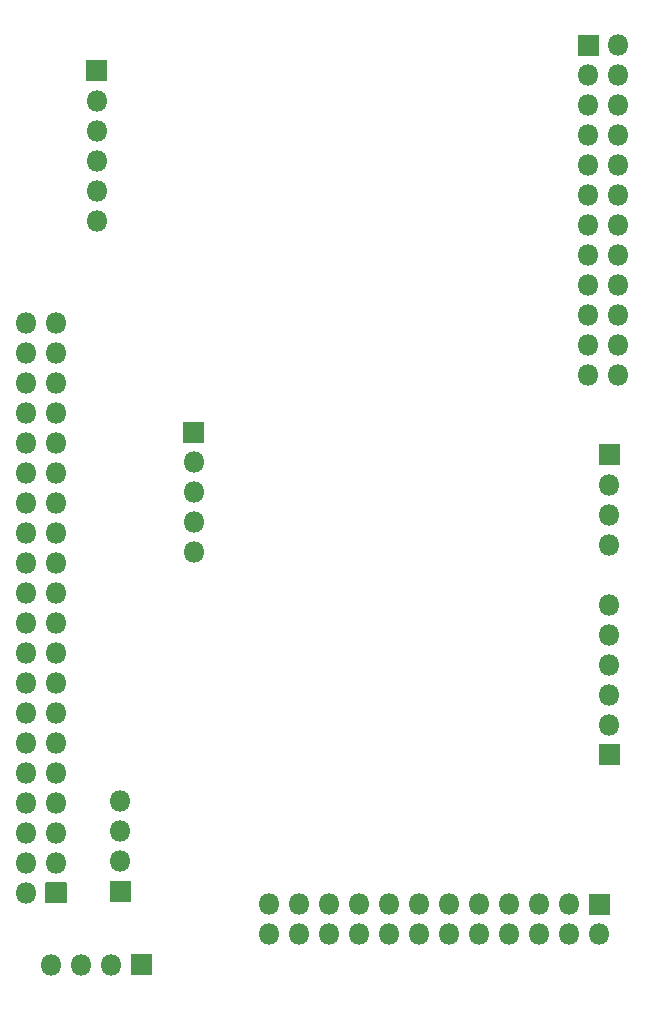
<source format=gbr>
G04 #@! TF.GenerationSoftware,KiCad,Pcbnew,(5.1.10)-1*
G04 #@! TF.CreationDate,2021-11-05T11:55:09+00:00*
G04 #@! TF.ProjectId,RasperryPi ECG Hat,52617370-6572-4727-9950-692045434720,rev?*
G04 #@! TF.SameCoordinates,Original*
G04 #@! TF.FileFunction,Soldermask,Bot*
G04 #@! TF.FilePolarity,Negative*
%FSLAX46Y46*%
G04 Gerber Fmt 4.6, Leading zero omitted, Abs format (unit mm)*
G04 Created by KiCad (PCBNEW (5.1.10)-1) date 2021-11-05 11:55:09*
%MOMM*%
%LPD*%
G01*
G04 APERTURE LIST*
%ADD10O,1.800000X1.800000*%
G04 APERTURE END LIST*
G04 #@! TO.C,ECG IN*
G36*
G01*
X105548000Y-95162000D02*
X105548000Y-96862000D01*
G75*
G02*
X105498000Y-96912000I-50000J0D01*
G01*
X103798000Y-96912000D01*
G75*
G02*
X103748000Y-96862000I0J50000D01*
G01*
X103748000Y-95162000D01*
G75*
G02*
X103798000Y-95112000I50000J0D01*
G01*
X105498000Y-95112000D01*
G75*
G02*
X105548000Y-95162000I0J-50000D01*
G01*
G37*
D10*
X104648000Y-93472000D03*
X104648000Y-90932000D03*
X104648000Y-88392000D03*
X104648000Y-85852000D03*
X104648000Y-83312000D03*
G04 #@! TD*
G04 #@! TO.C,SPI*
X69469000Y-78867000D03*
X69469000Y-76327000D03*
X69469000Y-73787000D03*
X69469000Y-71247000D03*
G36*
G01*
X68569000Y-69557000D02*
X68569000Y-67857000D01*
G75*
G02*
X68619000Y-67807000I50000J0D01*
G01*
X70319000Y-67807000D01*
G75*
G02*
X70369000Y-67857000I0J-50000D01*
G01*
X70369000Y-69557000D01*
G75*
G02*
X70319000Y-69607000I-50000J0D01*
G01*
X68619000Y-69607000D01*
G75*
G02*
X68569000Y-69557000I0J50000D01*
G01*
G37*
G04 #@! TD*
G04 #@! TO.C,RPI GPIO*
G36*
G01*
X102939000Y-107766000D02*
X104639000Y-107766000D01*
G75*
G02*
X104689000Y-107816000I0J-50000D01*
G01*
X104689000Y-109516000D01*
G75*
G02*
X104639000Y-109566000I-50000J0D01*
G01*
X102939000Y-109566000D01*
G75*
G02*
X102889000Y-109516000I0J50000D01*
G01*
X102889000Y-107816000D01*
G75*
G02*
X102939000Y-107766000I50000J0D01*
G01*
G37*
X103789000Y-111206000D03*
X101249000Y-108666000D03*
X101249000Y-111206000D03*
X98709000Y-108666000D03*
X98709000Y-111206000D03*
X96169000Y-108666000D03*
X96169000Y-111206000D03*
X93629000Y-108666000D03*
X93629000Y-111206000D03*
X91089000Y-108666000D03*
X91089000Y-111206000D03*
X88549000Y-108666000D03*
X88549000Y-111206000D03*
X86009000Y-108666000D03*
X86009000Y-111206000D03*
X83469000Y-108666000D03*
X83469000Y-111206000D03*
X80929000Y-108666000D03*
X80929000Y-111206000D03*
X78389000Y-108666000D03*
X78389000Y-111206000D03*
X75849000Y-108666000D03*
X75849000Y-111206000D03*
G04 #@! TD*
G04 #@! TO.C,ECG CTRL*
X104648000Y-78232000D03*
X104648000Y-75692000D03*
X104648000Y-73152000D03*
G36*
G01*
X103748000Y-71462000D02*
X103748000Y-69762000D01*
G75*
G02*
X103798000Y-69712000I50000J0D01*
G01*
X105498000Y-69712000D01*
G75*
G02*
X105548000Y-69762000I0J-50000D01*
G01*
X105548000Y-71462000D01*
G75*
G02*
X105498000Y-71512000I-50000J0D01*
G01*
X103798000Y-71512000D01*
G75*
G02*
X103748000Y-71462000I0J50000D01*
G01*
G37*
G04 #@! TD*
G04 #@! TO.C,I2C*
G36*
G01*
X64174000Y-112892000D02*
X65874000Y-112892000D01*
G75*
G02*
X65924000Y-112942000I0J-50000D01*
G01*
X65924000Y-114642000D01*
G75*
G02*
X65874000Y-114692000I-50000J0D01*
G01*
X64174000Y-114692000D01*
G75*
G02*
X64124000Y-114642000I0J50000D01*
G01*
X64124000Y-112942000D01*
G75*
G02*
X64174000Y-112892000I50000J0D01*
G01*
G37*
X62484000Y-113792000D03*
X59944000Y-113792000D03*
X57404000Y-113792000D03*
G04 #@! TD*
G04 #@! TO.C,UART*
X63246000Y-99949000D03*
X63246000Y-102489000D03*
X63246000Y-105029000D03*
G36*
G01*
X64146000Y-106719000D02*
X64146000Y-108419000D01*
G75*
G02*
X64096000Y-108469000I-50000J0D01*
G01*
X62396000Y-108469000D01*
G75*
G02*
X62346000Y-108419000I0J50000D01*
G01*
X62346000Y-106719000D01*
G75*
G02*
X62396000Y-106669000I50000J0D01*
G01*
X64096000Y-106669000D01*
G75*
G02*
X64146000Y-106719000I0J-50000D01*
G01*
G37*
G04 #@! TD*
G04 #@! TO.C,ADC CTRL*
X61246000Y-50810000D03*
X61246000Y-48270000D03*
X61246000Y-45730000D03*
X61246000Y-43190000D03*
X61246000Y-40650000D03*
G36*
G01*
X60346000Y-38960000D02*
X60346000Y-37260000D01*
G75*
G02*
X60396000Y-37210000I50000J0D01*
G01*
X62096000Y-37210000D01*
G75*
G02*
X62146000Y-37260000I0J-50000D01*
G01*
X62146000Y-38960000D01*
G75*
G02*
X62096000Y-39010000I-50000J0D01*
G01*
X60396000Y-39010000D01*
G75*
G02*
X60346000Y-38960000I0J50000D01*
G01*
G37*
G04 #@! TD*
G04 #@! TO.C,ADC IN*
X105410000Y-63881000D03*
X102870000Y-63881000D03*
X105410000Y-61341000D03*
X102870000Y-61341000D03*
X105410000Y-58801000D03*
X102870000Y-58801000D03*
X105410000Y-56261000D03*
X102870000Y-56261000D03*
X105410000Y-53721000D03*
X102870000Y-53721000D03*
X105410000Y-51181000D03*
X102870000Y-51181000D03*
X105410000Y-48641000D03*
X102870000Y-48641000D03*
X105410000Y-46101000D03*
X102870000Y-46101000D03*
X105410000Y-43561000D03*
X102870000Y-43561000D03*
X105410000Y-41021000D03*
X102870000Y-41021000D03*
X105410000Y-38481000D03*
X102870000Y-38481000D03*
X105410000Y-35941000D03*
G36*
G01*
X101970000Y-36791000D02*
X101970000Y-35091000D01*
G75*
G02*
X102020000Y-35041000I50000J0D01*
G01*
X103720000Y-35041000D01*
G75*
G02*
X103770000Y-35091000I0J-50000D01*
G01*
X103770000Y-36791000D01*
G75*
G02*
X103720000Y-36841000I-50000J0D01*
G01*
X102020000Y-36841000D01*
G75*
G02*
X101970000Y-36791000I0J50000D01*
G01*
G37*
G04 #@! TD*
G04 #@! TO.C,RPI*
G36*
G01*
X58700000Y-106850000D02*
X58700000Y-108550000D01*
G75*
G02*
X58650000Y-108600000I-50000J0D01*
G01*
X56950000Y-108600000D01*
G75*
G02*
X56900000Y-108550000I0J50000D01*
G01*
X56900000Y-106850000D01*
G75*
G02*
X56950000Y-106800000I50000J0D01*
G01*
X58650000Y-106800000D01*
G75*
G02*
X58700000Y-106850000I0J-50000D01*
G01*
G37*
X55260000Y-107700000D03*
X57800000Y-105160000D03*
X55260000Y-105160000D03*
X57800000Y-102620000D03*
X55260000Y-102620000D03*
X57800000Y-100080000D03*
X55260000Y-100080000D03*
X57800000Y-97540000D03*
X55260000Y-97540000D03*
X57800000Y-95000000D03*
X55260000Y-95000000D03*
X57800000Y-92460000D03*
X55260000Y-92460000D03*
X57800000Y-89920000D03*
X55260000Y-89920000D03*
X57800000Y-87380000D03*
X55260000Y-87380000D03*
X57800000Y-84840000D03*
X55260000Y-84840000D03*
X57800000Y-82300000D03*
X55260000Y-82300000D03*
X57800000Y-79760000D03*
X55260000Y-79760000D03*
X57800000Y-77220000D03*
X55260000Y-77220000D03*
X57800000Y-74680000D03*
X55260000Y-74680000D03*
X57800000Y-72140000D03*
X55260000Y-72140000D03*
X57800000Y-69600000D03*
X55260000Y-69600000D03*
X57800000Y-67060000D03*
X55260000Y-67060000D03*
X57800000Y-64520000D03*
X55260000Y-64520000D03*
X57800000Y-61980000D03*
X55260000Y-61980000D03*
X57800000Y-59440000D03*
X55260000Y-59440000D03*
G04 #@! TD*
M02*

</source>
